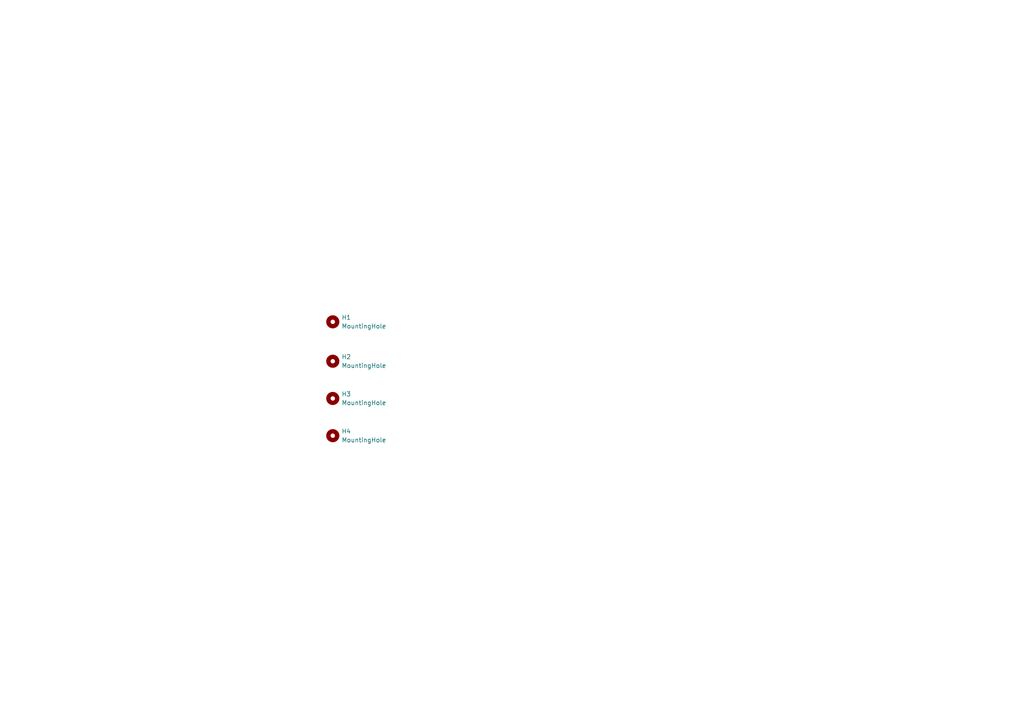
<source format=kicad_sch>
(kicad_sch (version 20230121) (generator eeschema)
  (paper "A4")
  (lib_symbols
    (symbol "Mechanical:MountingHole" (pin_names (offset 1.016))
      (property "Reference" "H" (at 0 5.08 0))
      (property "Value" "MountingHole" (at 0 3.175 0))
      (symbol "MountingHole_0_1"
        (circle (center 0 0) (radius 1.27) (stroke (width 1.27)))
      )
    )
  )
  (symbol (lib_id "Mechanical:MountingHole") (at 96.52 126.365 0) (unit 1)
    (property "Reference" "H4" (at 99.06 125.095 0) (effects (justify left)))
    (property "Value" "MountingHole" (at 99.06 127.635 0) (effects (justify left)))
    (property "Footprint" "MountingHole:MountingHole_3.2mm_M3" (effects hide))
  )
  (symbol (lib_id "Mechanical:MountingHole") (at 96.52 104.775 0) (unit 1)
    (property "Reference" "H2" (at 99.06 103.505 0) (effects (justify left)))
    (property "Value" "MountingHole" (at 99.06 106.045 0) (effects (justify left)))
    (property "Footprint" "MountingHole:MountingHole_3.2mm_M3" (effects hide))
  )
  (symbol (lib_id "Mechanical:MountingHole") (at 96.52 115.57 0) (unit 1)
    (property "Reference" "H3" (at 99.06 114.3 0) (effects (justify left)))
    (property "Value" "MountingHole" (at 99.06 116.84 0) (effects (justify left)))
    (property "Footprint" "MountingHole:MountingHole_3.2mm_M3" (effects hide))
  )
  (symbol (lib_id "Mechanical:MountingHole") (at 96.52 93.345 0) (unit 1)
    (property "Reference" "H1" (at 99.06 92.075 0) (effects (justify left)))
    (property "Value" "MountingHole" (at 99.06 94.615 0) (effects (justify left)))
    (property "Footprint" "MountingHole:MountingHole_3.2mm_M3" (effects hide))
  )
)
</source>
